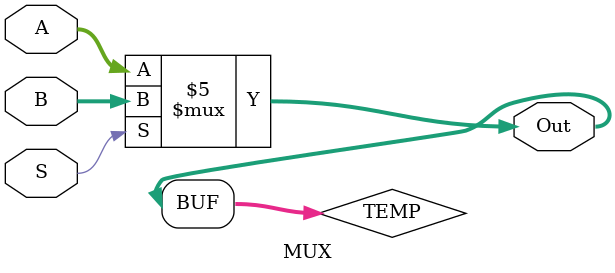
<source format=v>
module MUX(
    input wire [31:0] A,
    input wire [31:0] B,
    input wire S,
    output wire [31:0] Out
    );

    reg [31:0] TEMP;
    assign Out = TEMP;
    initial TEMP = 0;
    
    always @ (*) begin
        if (S == 0) TEMP = A;
        else TEMP = B;
    end
endmodule
</source>
